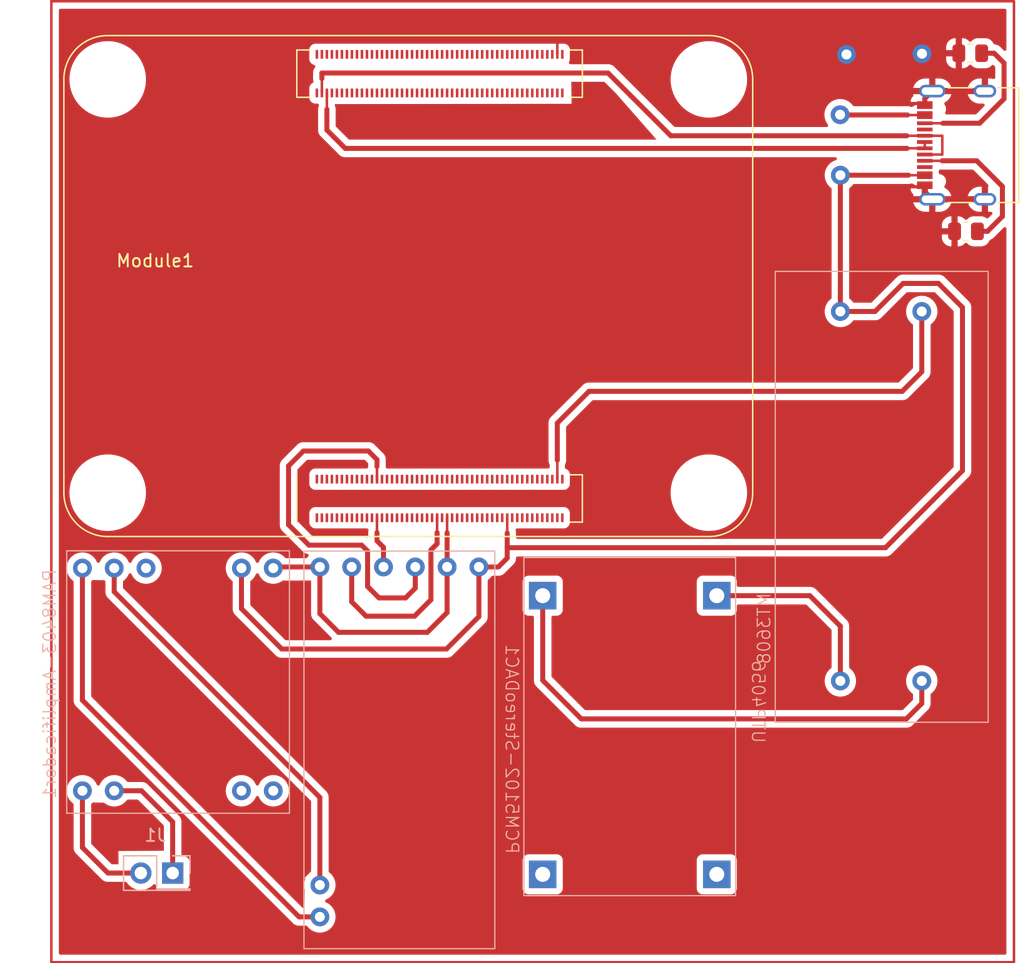
<source format=kicad_pcb>
(kicad_pcb (version 20241229) (generator "pcbnew") (generator_version "9.0")
  (layers (0 "F.Cu" signal) (2 "B.Cu" signal) (13 "F.Paste" user) (15 "B.Paste" user) (5 "F.SilkS" user "F.Silkscreen") (7 "B.SilkS" user "B.Silkscreen") (1 "F.Mask" user) (3 "B.Mask" user) (25 "Edge.Cuts" user))
  (net 0 "")
  (net 2 "Net-(J1-Pin_1)")
  (net 3 "Net-(J1-Pin_2)")
  (net 8 "Net-(PAM8403-Amplificador1-GND)")
  (net 10 "Net-(Module1A-GPIO18)")
  (net 27 "Net-(Module1A-GPIO19)")
  (net 40 "+5V")
  (net 141 "Net-(Module1A-GPIO21)")
  (net 198 "Net-(PAM8403-Amplificador1-L_IN)")
  (net 199 "Net-(PAM8403-Amplificador1-GND_DAC)")
  (net 200 "Net-(MT3608-VOUT-)")
  (net 202 "Net-(MT3608-VIN-)")
  (net 203 "Net-(MT3608-VIN+)")
  (net 204 "GND")
  (net 205 "Net-(J3-CC2)")
  (net 206 "Net-(J3-CC1)")
  (net 211 "Net-(Module1B-USB2_N)")
  (net 212 "Net-(Module1B-USB2_P)")
  (footprint "Connector_USB:USB_C_Receptacle_G-Switch_GT-USB-7010ASV" (layer "F.Cu") (at 152.065 60.44 90)
    (property "Reference" "J3" (hide yes))
    (property "Value" "USB_C_Receptacle" (hide yes))
    (fp_line (start -4.58 -1.85) (end -4.58 0.07) (stroke (width 0.12)) (layer "F.SilkS"))
    (fp_line (start 4.58 0.07) (end 4.58 -1.85) (stroke (width 0.12)) (layer "F.SilkS"))
    (fp_line (start 4.58 2.08) (end 4.58 3.785) (stroke (width 0.12)) (layer "F.SilkS"))
    (fp_line (start 4.58 3.785) (end -4.58 3.785) (stroke (width 0.12)) (layer "F.SilkS"))
    (fp_line (start -4.58 3.785) (end -4.58 2.08) (stroke (width 0.12)) (layer "F.SilkS"))
    (pad "" np_thru_hole circle (at -2.89 -2.605 90) (size 0.65 0.65) (drill 0.65) (layers "*.Cu" "*.Mask"))
    (pad "" np_thru_hole circle (at 2.89 -2.605 90) (size 0.65 0.65) (drill 0.65) (layers "*.Cu" "*.Mask"))
    (pad "A1" smd rect (at -3.2 -3.725 90) (size 0.6 1.24) (layers "F.Cu" "F.Mask" "F.Paste") (net 204 "GND"))
    (pad "A4" smd rect (at -2.4 -3.725 90) (size 0.6 1.24) (layers "F.Cu" "F.Mask" "F.Paste") (net 40 "+5V"))
    (pad "A5" smd rect (at -1.25 -3.725 90) (size 0.3 1.24) (layers "F.Cu" "F.Mask" "F.Paste") (net 206 "Net-(J3-CC1)"))
    (pad "A6" smd rect (at -0.25 -3.725 90) (size 0.3 1.24) (layers "F.Cu" "F.Mask" "F.Paste") (net 212 "Net-(Module1B-USB2_P)"))
    (pad "A7" smd rect (at 0.25 -3.725 90) (size 0.3 1.24) (layers "F.Cu" "F.Mask" "F.Paste") (net 212 "Net-(Module1B-USB2_P)"))
    (pad "A8" smd rect (at 1.25 -3.725 90) (size 0.3 1.24) (layers "F.Cu" "F.Mask" "F.Paste"))
    (pad "A9" smd rect (at 2.4 -3.725 90) (size 0.6 1.24) (layers "F.Cu" "F.Mask" "F.Paste") (net 40 "+5V"))
    (pad "A12" smd rect (at 3.2 -3.725 90) (size 0.6 1.24) (layers "F.Cu" "F.Mask" "F.Paste") (net 204 "GND"))
    (pad "B1" smd rect (at 3.2 -3.725 90) (size 0.6 1.24) (layers "F.Cu" "F.Mask" "F.Paste") (net 204 "GND"))
    (pad "B4" smd rect (at 2.4 -3.725 90) (size 0.6 1.24) (layers "F.Cu" "F.Mask" "F.Paste") (net 40 "+5V"))
    (pad "B5" smd rect (at 1.75 -3.725 90) (size 0.3 1.24) (layers "F.Cu" "F.Mask" "F.Paste") (net 205 "Net-(J3-CC2)"))
    (pad "B6" smd rect (at 0.75 -3.725 90) (size 0.3 1.24) (layers "F.Cu" "F.Mask" "F.Paste") (net 211 "Net-(Module1B-USB2_N)"))
    (pad "B7" smd rect (at -0.75 -3.725 90) (size 0.3 1.24) (layers "F.Cu" "F.Mask" "F.Paste") (net 211 "Net-(Module1B-USB2_N)"))
    (pad "B8" smd rect (at -1.75 -3.725 90) (size 0.3 1.24) (layers "F.Cu" "F.Mask" "F.Paste"))
    (pad "B9" smd rect (at -2.4 -3.725 90) (size 0.6 1.24) (layers "F.Cu" "F.Mask" "F.Paste") (net 40 "+5V"))
    (pad "B12" smd rect (at -3.2 -3.725 90) (size 0.6 1.24) (layers "F.Cu" "F.Mask" "F.Paste") (net 204 "GND"))
    (pad "S1" thru_hole oval (at -4.32 -3.125 90) (size 1 2.1) (drill oval 0.6 1.7) (property pad_prop_heatsink) (layers "*.Cu" "*.Mask") (net 204 "GND"))
    (pad "S1" thru_hole oval (at -4.32 1.075 90) (size 1 1.8) (drill oval 0.6 1.4) (property pad_prop_heatsink) (layers "*.Cu" "*.Mask") (net 204 "GND"))
    (pad "S1" thru_hole oval (at 4.32 -3.125 90) (size 1 2.1) (drill oval 0.6 1.7) (property pad_prop_heatsink) (layers "*.Cu" "*.Mask") (net 204 "GND"))
    (pad "S1" thru_hole oval (at 4.32 1.075 90) (size 1 1.8) (drill oval 0.6 1.4) (property pad_prop_heatsink) (layers "*.Cu" "*.Mask") (net 204 "GND"))
  )
  (footprint "Resistor_SMD:R_0805_2012Metric" (layer "F.Cu") (at 151.63 67.32 180)
    (property "Reference" "R1" (hide yes))
    (property "Value" "5k1" (hide yes))
    (fp_line (start -0.227064 0.735) (end 0.227064 0.735) (stroke (width 0.12)) (layer "F.SilkS"))
    (fp_line (start -0.227064 -0.735) (end 0.227064 -0.735) (stroke (width 0.12)) (layer "F.SilkS"))
    (pad "1" smd roundrect (at -0.9125 0 180) (size 1.025 1.4) (layers "F.Cu" "F.Mask" "F.Paste") (roundrect_rratio 0.243902) (net 206 "Net-(J3-CC1)"))
    (pad "2" smd roundrect (at 0.9125 0 180) (size 1.025 1.4) (layers "F.Cu" "F.Mask" "F.Paste") (roundrect_rratio 0.243902) (net 204 "GND"))
  )
  (footprint "Raspberry Compute Modele 4:Raspberry-Pi-4-Compute-Module" (layer "F.Cu") (at 131.1 88.19 90)
    (property "Reference" "Module1" (at 18.52 -44.21 0) (layer "F.SilkS"))
    (property "Value" "ComputeModule4-CM4" (hide yes))
    (fp_line (start 33 -51.5) (end 0 -51.5) (stroke (width 0.12)) (layer "F.SilkS"))
    (fp_line (start -3.5 -48) (end -3.5 0) (stroke (width 0.12)) (layer "F.SilkS"))
    (fp_line (start 35.35 -32.9) (end 35.35 -31.9) (stroke (width 0.12)) (layer "F.SilkS"))
    (fp_line (start 31.57 -32.9) (end 35.35 -32.9) (stroke (width 0.12)) (layer "F.SilkS"))
    (fp_line (start 31.57 -32.9) (end 31.57 -31.9) (stroke (width 0.12)) (layer "F.SilkS"))
    (fp_line (start -2.35 -32.9) (end 1.43 -32.9) (stroke (width 0.12)) (layer "F.SilkS"))
    (fp_line (start 35.35 -10.1) (end 35.35 -11.1) (stroke (width 0.12)) (layer "F.SilkS"))
    (fp_line (start 31.57 -10.1) (end 31.57 -11.1) (stroke (width 0.12)) (layer "F.SilkS"))
    (fp_line (start 31.57 -10.1) (end 35.35 -10.1) (stroke (width 0.12)) (layer "F.SilkS"))
    (fp_line (start 1.43 -10.1) (end 1.43 -11.1) (stroke (width 0.12)) (layer "F.SilkS"))
    (fp_line (start -2.35 -10.1) (end -2.35 -11.1) (stroke (width 0.12)) (layer "F.SilkS"))
    (fp_line (start -2.35 -10.1) (end 1.43 -10.1) (stroke (width 0.12)) (layer "F.SilkS"))
    (fp_line (start 36.5 0) (end 36.5 -48) (stroke (width 0.12)) (layer "F.SilkS"))
    (fp_line (start 0 3.5) (end 33 3.5) (stroke (width 0.12)) (layer "F.SilkS"))
    (fp_arc (start 33 -51.5) (mid 35.474874 -50.474874) (end 36.5 -48) (stroke (width 0.12)) (layer "F.SilkS"))
    (fp_arc (start -3.5 -48) (mid -2.474874 -50.474874) (end 0 -51.5) (stroke (width 0.12)) (layer "F.SilkS"))
    (fp_arc (start 36.5 0) (mid 35.474874 2.474874) (end 33 3.5) (stroke (width 0.12)) (layer "F.SilkS"))
    (fp_arc (start 0 3.5) (mid -2.474874 2.474874) (end -3.5 0) (stroke (width 0.12)) (layer "F.SilkS"))
    (pad "" np_thru_hole circle (at 0 -48 90) (size 2.7 2.7) (drill 2.7) (layers "*.Cu" "*.Mask") (clearance 1.7))
    (pad "" np_thru_hole circle (at 0 0 90) (size 2.7 2.7) (drill 2.7) (layers "*.Cu" "*.Mask") (clearance 1.7))
    (pad "" np_thru_hole circle (at 33 -48 90) (size 2.7 2.7) (drill 2.7) (layers "*.Cu" "*.Mask") (clearance 1.7))
    (pad "" np_thru_hole circle (at 33 0 90) (size 2.7 2.7) (drill 2.7) (layers "*.Cu" "*.Mask") (clearance 1.7))
    (pad "1" smd rect (at -2 -31.3) (size 0.2 0.7) (layers "F.Cu" "F.Mask" "F.Paste"))
    (pad "2" smd rect (at 1.08 -31.3) (size 0.2 0.7) (layers "F.Cu" "F.Mask" "F.Paste"))
    (pad "3" smd rect (at -2 -30.9) (size 0.2 0.7) (layers "F.Cu" "F.Mask" "F.Paste"))
    (pad "4" smd rect (at 1.08 -30.9) (size 0.2 0.7) (layers "F.Cu" "F.Mask" "F.Paste"))
    (pad "5" smd rect (at -2 -30.5) (size 0.2 0.7) (layers "F.Cu" "F.Mask" "F.Paste"))
    (pad "6" smd rect (at 1.08 -30.5) (size 0.2 0.7) (layers "F.Cu" "F.Mask" "F.Paste"))
    (pad "7" smd rect (at -2 -30.1) (size 0.2 0.7) (layers "F.Cu" "F.Mask" "F.Paste"))
    (pad "8" smd rect (at 1.08 -30.1) (size 0.2 0.7) (layers "F.Cu" "F.Mask" "F.Paste"))
    (pad "9" smd rect (at -2 -29.7) (size 0.2 0.7) (layers "F.Cu" "F.Mask" "F.Paste"))
    (pad "10" smd rect (at 1.08 -29.7) (size 0.2 0.7) (layers "F.Cu" "F.Mask" "F.Paste"))
    (pad "11" smd rect (at -2 -29.3) (size 0.2 0.7) (layers "F.Cu" "F.Mask" "F.Paste"))
    (pad "12" smd rect (at 1.08 -29.3) (size 0.2 0.7) (layers "F.Cu" "F.Mask" "F.Paste"))
    (pad "13" smd rect (at -2 -28.9) (size 0.2 0.7) (layers "F.Cu" "F.Mask" "F.Paste"))
    (pad "14" smd rect (at 1.08 -28.9) (size 0.2 0.7) (layers "F.Cu" "F.Mask" "F.Paste"))
    (pad "15" smd rect (at -2 -28.5) (size 0.2 0.7) (layers "F.Cu" "F.Mask" "F.Paste"))
    (pad "16" smd rect (at 1.08 -28.5) (size 0.2 0.7) (layers "F.Cu" "F.Mask" "F.Paste"))
    (pad "17" smd rect (at -2 -28.1) (size 0.2 0.7) (layers "F.Cu" "F.Mask" "F.Paste"))
    (pad "18" smd rect (at 1.08 -28.1) (size 0.2 0.7) (layers "F.Cu" "F.Mask" "F.Paste"))
    (pad "19" smd rect (at -2 -27.7) (size 0.2 0.7) (layers "F.Cu" "F.Mask" "F.Paste"))
    (pad "20" smd rect (at 1.08 -27.7) (size 0.2 0.7) (layers "F.Cu" "F.Mask" "F.Paste"))
    (pad "21" smd rect (at -2 -27.3) (size 0.2 0.7) (layers "F.Cu" "F.Mask" "F.Paste"))
    (pad "22" smd rect (at 1.08 -27.3) (size 0.2 0.7) (layers "F.Cu" "F.Mask" "F.Paste"))
    (pad "23" smd rect (at -2 -26.9) (size 0.2 0.7) (layers "F.Cu" "F.Mask" "F.Paste"))
    (pad "24" smd rect (at 1.08 -26.9) (size 0.2 0.7) (layers "F.Cu" "F.Mask" "F.Paste"))
    (pad "25" smd rect (at -2 -26.5) (size 0.2 0.7) (layers "F.Cu" "F.Mask" "F.Paste") (net 141 "Net-(Module1A-GPIO21)"))
    (pad "26" smd rect (at 1.08 -26.5) (size 0.2 0.7) (layers "F.Cu" "F.Mask" "F.Paste") (net 27 "Net-(Module1A-GPIO19)"))
    (pad "27" smd rect (at -2 -26.1) (size 0.2 0.7) (layers "F.Cu" "F.Mask" "F.Paste"))
    (pad "28" smd rect (at 1.08 -26.1) (size 0.2 0.7) (layers "F.Cu" "F.Mask" "F.Paste"))
    (pad "29" smd rect (at -2 -25.7) (size 0.2 0.7) (layers "F.Cu" "F.Mask" "F.Paste"))
    (pad "30" smd rect (at 1.08 -25.7) (size 0.2 0.7) (layers "F.Cu" "F.Mask" "F.Paste"))
    (pad "31" smd rect (at -2 -25.3) (size 0.2 0.7) (layers "F.Cu" "F.Mask" "F.Paste"))
    (pad "32" smd rect (at 1.08 -25.3) (size 0.2 0.7) (layers "F.Cu" "F.Mask" "F.Paste"))
    (pad "33" smd rect (at -2 -24.9) (size 0.2 0.7) (layers "F.Cu" "F.Mask" "F.Paste"))
    (pad "34" smd rect (at 1.08 -24.9) (size 0.2 0.7) (layers "F.Cu" "F.Mask" "F.Paste"))
    (pad "35" smd rect (at -2 -24.5) (size 0.2 0.7) (layers "F.Cu" "F.Mask" "F.Paste"))
    (pad "36" smd rect (at 1.08 -24.5) (size 0.2 0.7) (layers "F.Cu" "F.Mask" "F.Paste"))
    (pad "37" smd rect (at -2 -24.1) (size 0.2 0.7) (layers "F.Cu" "F.Mask" "F.Paste"))
    (pad "38" smd rect (at 1.08 -24.1) (size 0.2 0.7) (layers "F.Cu" "F.Mask" "F.Paste"))
    (pad "39" smd rect (at -2 -23.7) (size 0.2 0.7) (layers "F.Cu" "F.Mask" "F.Paste"))
    (pad "40" smd rect (at 1.08 -23.7) (size 0.2 0.7) (layers "F.Cu" "F.Mask" "F.Paste"))
    (pad "41" smd rect (at -2 -23.3) (size 0.2 0.7) (layers "F.Cu" "F.Mask" "F.Paste"))
    (pad "42" smd rect (at 1.08 -23.3) (size 0.2 0.7) (layers "F.Cu" "F.Mask" "F.Paste"))
    (pad "43" smd rect (at -2 -22.9) (size 0.2 0.7) (layers "F.Cu" "F.Mask" "F.Paste"))
    (pad "44" smd rect (at 1.08 -22.9) (size 0.2 0.7) (layers "F.Cu" "F.Mask" "F.Paste"))
    (pad "45" smd rect (at -2 -22.5) (size 0.2 0.7) (layers "F.Cu" "F.Mask" "F.Paste"))
    (pad "46" smd rect (at 1.08 -22.5) (size 0.2 0.7) (layers "F.Cu" "F.Mask" "F.Paste"))
    (pad "47" smd rect (at -2 -22.1) (size 0.2 0.7) (layers "F.Cu" "F.Mask" "F.Paste"))
    (pad "48" smd rect (at 1.08 -22.1) (size 0.2 0.7) (layers "F.Cu" "F.Mask" "F.Paste"))
    (pad "49" smd rect (at -2 -21.7) (size 0.2 0.7) (layers "F.Cu" "F.Mask" "F.Paste") (net 10 "Net-(Module1A-GPIO18)"))
    (pad "50" smd rect (at 1.08 -21.7) (size 0.2 0.7) (layers "F.Cu" "F.Mask" "F.Paste"))
    (pad "51" smd rect (at -2 -21.3) (size 0.2 0.7) (layers "F.Cu" "F.Mask" "F.Paste"))
    (pad "52" smd rect (at 1.08 -21.3) (size 0.2 0.7) (layers "F.Cu" "F.Mask" "F.Paste"))
    (pad "53" smd rect (at -2 -20.9) (size 0.2 0.7) (layers "F.Cu" "F.Mask" "F.Paste") (net 8 "Net-(PAM8403-Amplificador1-GND)"))
    (pad "54" smd rect (at 1.08 -20.9) (size 0.2 0.7) (layers "F.Cu" "F.Mask" "F.Paste"))
    (pad "55" smd rect (at -2 -20.5) (size 0.2 0.7) (layers "F.Cu" "F.Mask" "F.Paste"))
    (pad "56" smd rect (at 1.08 -20.5) (size 0.2 0.7) (layers "F.Cu" "F.Mask" "F.Paste"))
    (pad "57" smd rect (at -2 -20.1) (size 0.2 0.7) (layers "F.Cu" "F.Mask" "F.Paste"))
    (pad "58" smd rect (at 1.08 -20.1) (size 0.2 0.7) (layers "F.Cu" "F.Mask" "F.Paste"))
    (pad "59" smd rect (at -2 -19.7) (size 0.2 0.7) (layers "F.Cu" "F.Mask" "F.Paste"))
    (pad "60" smd rect (at 1.08 -19.7) (size 0.2 0.7) (layers "F.Cu" "F.Mask" "F.Paste"))
    (pad "61" smd rect (at -2 -19.3) (size 0.2 0.7) (layers "F.Cu" "F.Mask" "F.Paste"))
    (pad "62" smd rect (at 1.08 -19.3) (size 0.2 0.7) (layers "F.Cu" "F.Mask" "F.Paste"))
    (pad "63" smd rect (at -2 -18.9) (size 0.2 0.7) (layers "F.Cu" "F.Mask" "F.Paste"))
    (pad "64" smd rect (at 1.08 -18.9) (size 0.2 0.7) (layers "F.Cu" "F.Mask" "F.Paste"))
    (pad "65" smd rect (at -2 -18.5) (size 0.2 0.7) (layers "F.Cu" "F.Mask" "F.Paste"))
    (pad "66" smd rect (at 1.08 -18.5) (size 0.2 0.7) (layers "F.Cu" "F.Mask" "F.Paste"))
    (pad "67" smd rect (at -2 -18.1) (size 0.2 0.7) (layers "F.Cu" "F.Mask" "F.Paste"))
    (pad "68" smd rect (at 1.08 -18.1) (size 0.2 0.7) (layers "F.Cu" "F.Mask" "F.Paste"))
    (pad "69" smd rect (at -2 -17.7) (size 0.2 0.7) (layers "F.Cu" "F.Mask" "F.Paste"))
    (pad "70" smd rect (at 1.08 -17.7) (size 0.2 0.7) (layers "F.Cu" "F.Mask" "F.Paste"))
    (pad "71" smd rect (at -2 -17.3) (size 0.2 0.7) (layers "F.Cu" "F.Mask" "F.Paste"))
    (pad "72" smd rect (at 1.08 -17.3) (size 0.2 0.7) (layers "F.Cu" "F.Mask" "F.Paste"))
    (pad "73" smd rect (at -2 -16.9) (size 0.2 0.7) (layers "F.Cu" "F.Mask" "F.Paste"))
    (pad "74" smd rect (at 1.08 -16.9) (size 0.2 0.7) (layers "F.Cu" "F.Mask" "F.Paste"))
    (pad "75" smd rect (at -2 -16.5) (size 0.2 0.7) (layers "F.Cu" "F.Mask" "F.Paste"))
    (pad "76" smd rect (at 1.08 -16.5) (size 0.2 0.7) (layers "F.Cu" "F.Mask" "F.Paste"))
    (pad "77" smd rect (at -2 -16.1) (size 0.2 0.7) (layers "F.Cu" "F.Mask" "F.Paste") (net 40 "+5V"))
    (pad "78" smd rect (at 1.08 -16.1) (size 0.2 0.7) (layers "F.Cu" "F.Mask" "F.Paste"))
    (pad "79" smd rect (at -2 -15.7) (size 0.2 0.7) (layers "F.Cu" "F.Mask" "F.Paste"))
    (pad "80" smd rect (at 1.08 -15.7) (size 0.2 0.7) (layers "F.Cu" "F.Mask" "F.Paste"))
    (pad "81" smd rect (at -2 -15.3) (size 0.2 0.7) (layers "F.Cu" "F.Mask" "F.Paste"))
    (pad "82" smd rect (at 1.08 -15.3) (size 0.2 0.7) (layers "F.Cu" "F.Mask" "F.Paste"))
    (pad "83" smd rect (at -2 -14.9) (size 0.2 0.7) (layers "F.Cu" "F.Mask" "F.Paste"))
    (pad "84" smd rect (at 1.08 -14.9) (size 0.2 0.7) (layers "F.Cu" "F.Mask" "F.Paste"))
    (pad "85" smd rect (at -2 -14.5) (size 0.2 0.7) (layers "F.Cu" "F.Mask" "F.Paste"))
    (pad "86" smd rect (at 1.08 -14.5) (size 0.2 0.7) (layers "F.Cu" "F.Mask" "F.Paste"))
    (pad "87" smd rect (at -2 -14.1) (size 0.2 0.7) (layers "F.Cu" "F.Mask" "F.Paste"))
    (pad "88" smd rect (at 1.08 -14.1) (size 0.2 0.7) (layers "F.Cu" "F.Mask" "F.Paste"))
    (pad "89" smd rect (at -2 -13.7) (size 0.2 0.7) (layers "F.Cu" "F.Mask" "F.Paste"))
    (pad "90" smd rect (at 1.08 -13.7) (size 0.2 0.7) (layers "F.Cu" "F.Mask" "F.Paste"))
    (pad "91" smd rect (at -2 -13.3) (size 0.2 0.7) (layers "F.Cu" "F.Mask" "F.Paste"))
    (pad "92" smd rect (at 1.08 -13.3) (size 0.2 0.7) (layers "F.Cu" "F.Mask" "F.Paste"))
    (pad "93" smd rect (at -2 -12.9) (size 0.2 0.7) (layers "F.Cu" "F.Mask" "F.Paste"))
    (pad "94" smd rect (at 1.08 -12.9) (size 0.2 0.7) (layers "F.Cu" "F.Mask" "F.Paste"))
    (pad "95" smd rect (at -2 -12.5) (size 0.2 0.7) (layers "F.Cu" "F.Mask" "F.Paste"))
    (pad "96" smd rect (at 1.08 -12.5) (size 0.2 0.7) (layers "F.Cu" "F.Mask" "F.Paste"))
    (pad "97" smd rect (at -2 -12.1) (size 0.2 0.7) (layers "F.Cu" "F.Mask" "F.Paste"))
    (pad "98" smd rect (at 1.08 -12.1) (size 0.2 0.7) (layers "F.Cu" "F.Mask" "F.Paste") (net 200 "Net-(MT3608-VOUT-)"))
    (pad "99" smd rect (at -2 -11.7) (size 0.2 0.7) (layers "F.Cu" "F.Mask" "F.Paste"))
    (pad "100" smd rect (at 1.08 -11.7) (size 0.2 0.7) (layers "F.Cu" "F.Mask" "F.Paste"))
    (pad "101" smd rect (at 31.92 -31.3) (size 0.2 0.7) (layers "F.Cu" "F.Mask" "F.Paste"))
    (pad "102" smd rect (at 35 -31.3) (size 0.2 0.7) (layers "F.Cu" "F.Mask" "F.Paste"))
    (pad "103" smd rect (at 31.92 -30.9) (size 0.2 0.7) (layers "F.Cu" "F.Mask" "F.Paste") (net 211 "Net-(Module1B-USB2_N)"))
    (pad "104" smd rect (at 35 -30.9) (size 0.2 0.7) (layers "F.Cu" "F.Mask" "F.Paste"))
    (pad "105" smd rect (at 31.92 -30.5) (size 0.2 0.7) (layers "F.Cu" "F.Mask" "F.Paste") (net 212 "Net-(Module1B-USB2_P)"))
    (pad "106" smd rect (at 35 -30.5) (size 0.2 0.7) (layers "F.Cu" "F.Mask" "F.Paste"))
    (pad "107" smd rect (at 31.92 -30.1) (size 0.2 0.7) (layers "F.Cu" "F.Mask" "F.Paste"))
    (pad "108" smd rect (at 35 -30.1) (size 0.2 0.7) (layers "F.Cu" "F.Mask" "F.Paste"))
    (pad "109" smd rect (at 31.92 -29.7) (size 0.2 0.7) (layers "F.Cu" "F.Mask" "F.Paste"))
    (pad "110" smd rect (at 35 -29.7) (size 0.2 0.7) (layers "F.Cu" "F.Mask" "F.Paste"))
    (pad "111" smd rect (at 31.92 -29.3) (size 0.2 0.7) (layers "F.Cu" "F.Mask" "F.Paste"))
    (pad "112" smd rect (at 35 -29.3) (size 0.2 0.7) (layers "F.Cu" "F.Mask" "F.Paste"))
    (pad "113" smd rect (at 31.92 -28.9) (size 0.2 0.7) (layers "F.Cu" "F.Mask" "F.Paste"))
    (pad "114" smd rect (at 35 -28.9) (size 0.2 0.7) (layers "F.Cu" "F.Mask" "F.Paste"))
    (pad "115" smd rect (at 31.92 -28.5) (size 0.2 0.7) (layers "F.Cu" "F.Mask" "F.Paste"))
    (pad "116" smd rect (at 35 -28.5) (size 0.2 0.7) (layers "F.Cu" "F.Mask" "F.Paste"))
    (pad "117" smd rect (at 31.92 -28.1) (size 0.2 0.7) (layers "F.Cu" "F.Mask" "F.Paste"))
    (pad "118" smd rect (at 35 -28.1) (size 0.2 0.7) (layers "F.Cu" "F.Mask" "F.Paste"))
    (pad "119" smd rect (at 31.92 -27.7) (size 0.2 0.7) (layers "F.Cu" "F.Mask" "F.Paste"))
    (pad "120" smd rect (at 35 -27.7) (size 0.2 0.7) (layers "F.Cu" "F.Mask" "F.Paste"))
    (pad "121" smd rect (at 31.92 -27.3) (size 0.2 0.7) (layers "F.Cu" "F.Mask" "F.Paste"))
    (pad "122" smd rect (at 35 -27.3) (size 0.2 0.7) (layers "F.Cu" "F.Mask" "F.Paste"))
    (pad "123" smd rect (at 31.92 -26.9) (size 0.2 0.7) (layers "F.Cu" "F.Mask" "F.Paste"))
    (pad "124" smd rect (at 35 -26.9) (size 0.2 0.7) (layers "F.Cu" "F.Mask" "F.Paste"))
    (pad "125" smd rect (at 31.92 -26.5) (size 0.2 0.7) (layers "F.Cu" "F.Mask" "F.Paste"))
    (pad "126" smd rect (at 35 -26.5) (size 0.2 0.7) (layers "F.Cu" "F.Mask" "F.Paste"))
    (pad "127" smd rect (at 31.92 -26.1) (size 0.2 0.7) (layers "F.Cu" "F.Mask" "F.Paste"))
    (pad "128" smd rect (at 35 -26.1) (size 0.2 0.7) (layers "F.Cu" "F.Mask" "F.Paste"))
    (pad "129" smd rect (at 31.92 -25.7) (size 0.2 0.7) (layers "F.Cu" "F.Mask" "F.Paste"))
    (pad "130" smd rect (at 35 -25.7) (size 0.2 0.7) (layers "F.Cu" "F.Mask" "F.Paste"))
    (pad "131" smd rect (at 31.92 -25.3) (size 0.2 0.7) (layers "F.Cu" "F.Mask" "F.Paste"))
    (pad "132" smd rect (at 35 -25.3) (size 0.2 0.7) (layers "F.Cu" "F.Mask" "F.Paste"))
    (pad "133" smd rect (at 31.92 -24.9) (size 0.2 0.7) (layers "F.Cu" "F.Mask" "F.Paste"))
    (pad "134" smd rect (at 35 -24.9) (size 0.2 0.7) (layers "F.Cu" "F.Mask" "F.Paste"))
    (pad "135" smd rect (at 31.92 -24.5) (size 0.2 0.7) (layers "F.Cu" "F.Mask" "F.Paste"))
    (pad "136" smd rect (at 35 -24.5) (size 0.2 0.7) (layers "F.Cu" "F.Mask" "F.Paste"))
    (pad "137" smd rect (at 31.92 -24.1) (size 0.2 0.7) (layers "F.Cu" "F.Mask" "F.Paste"))
    (pad "138" smd rect (at 35 -24.1) (size 0.2 0.7) (layers "F.Cu" "F.Mask" "F.Paste"))
    (pad "139" smd rect (at 31.92 -23.7) (size 0.2 0.7) (layers "F.Cu" "F.Mask" "F.Paste"))
    (pad "140" smd rect (at 35 -23.7) (size 0.2 0.7) (layers "F.Cu" "F.Mask" "F.Paste"))
    (pad "141" smd rect (at 31.92 -23.3) (size 0.2 0.7) (layers "F.Cu" "F.Mask" "F.Paste"))
    (pad "142" smd rect (at 35 -23.3) (size 0.2 0.7) (layers "F.Cu" "F.Mask" "F.Paste"))
    (pad "143" smd rect (at 31.92 -22.9) (size 0.2 0.7) (layers "F.Cu" "F.Mask" "F.Paste"))
    (pad "144" smd rect (at 35 -22.9) (size 0.2 0.7) (layers "F.Cu" "F.Mask" "F.Paste"))
    (pad "145" smd rect (at 31.92 -22.5) (size 0.2 0.7) (layers "F.Cu" "F.Mask" "F.Paste"))
    (pad "146" smd rect (at 35 -22.5) (size 0.2 0.7) (layers "F.Cu" "F.Mask" "F.Paste"))
    (pad "147" smd rect (at 31.92 -22.1) (size 0.2 0.7) (layers "F.Cu" "F.Mask" "F.Paste"))
    (pad "148" smd rect (at 35 -22.1) (size 0.2 0.7) (layers "F.Cu" "F.Mask" "F.Paste"))
    (pad "149" smd rect (at 31.92 -21.7) (size 0.2 0.7) (layers "F.Cu" "F.Mask" "F.Paste"))
    (pad "150" smd rect (at 35 -21.7) (size 0.2 0.7) (layers "F.Cu" "F.Mask" "F.Paste"))
    (pad "151" smd rect (at 31.92 -21.3) (size 0.2 0.7) (layers "F.Cu" "F.Mask" "F.Paste"))
    (pad "152" smd rect (at 35 -21.3) (size 0.2 0.7) (layers "F.Cu" "F.Mask" "F.Paste"))
    (pad "153" smd rect (at 31.92 -20.9) (size 0.2 0.7) (layers "F.Cu" "F.Mask" "F.Paste"))
    (pad "154" smd rect (at 35 -20.9) (size 0.2 0.7) (layers "F.Cu" "F.Mask" "F.Paste"))
    (pad "155" smd rect (at 31.92 -20.5) (size 0.2 0.7) (layers "F.Cu" "F.Mask" "F.Paste"))
    (pad "156" smd rect (at 35 -20.5) (size 0.2 0.7) (layers "F.Cu" "F.Mask" "F.Paste"))
    (pad "157" smd rect (at 31.92 -20.1) (size 0.2 0.7) (layers "F.Cu" "F.Mask" "F.Paste"))
    (pad "158" smd rect (at 35 -20.1) (size 0.2 0.7) (layers "F.Cu" "F.Mask" "F.Paste"))
    (pad "159" smd rect (at 31.92 -19.7) (size 0.2 0.7) (layers "F.Cu" "F.Mask" "F.Paste"))
    (pad "160" smd rect (at 35 -19.7) (size 0.2 0.7) (layers "F.Cu" "F.Mask" "F.Paste"))
    (pad "161" smd rect (at 31.92 -19.3) (size 0.2 0.7) (layers "F.Cu" "F.Mask" "F.Paste"))
    (pad "162" smd rect (at 35 -19.3) (size 0.2 0.7) (layers "F.Cu" "F.Mask" "F.Paste"))
    (pad "163" smd rect (at 31.92 -18.9) (size 0.2 0.7) (layers "F.Cu" "F.Mask" "F.Paste"))
    (pad "164" smd rect (at 35 -18.9) (size 0.2 0.7) (layers "F.Cu" "F.Mask" "F.Paste"))
    (pad "165" smd rect (at 31.92 -18.5) (size 0.2 0.7) (layers "F.Cu" "F.Mask" "F.Paste"))
    (pad "166" smd rect (at 35 -18.5) (size 0.2 0.7) (layers "F.Cu" "F.Mask" "F.Paste"))
    (pad "167" smd rect (at 31.92 -18.1) (size 0.2 0.7) (layers "F.Cu" "F.Mask" "F.Paste"))
    (pad "168" smd rect (at 35 -18.1) (size 0.2 0.7) (layers "F.Cu" "F.Mask" "F.Paste"))
    (pad "169" smd rect (at 31.92 -17.7) (size 0.2 0.7) (layers "F.Cu" "F.Mask" "F.Paste"))
    (pad "170" smd rect (at 35 -17.7) (size 0.2 0.7) (layers "F.Cu" "F.Mask" "F.Paste"))
    (pad "171" smd rect (at 31.92 -17.3) (size 0.2 0.7) (layers "F.Cu" "F.Mask" "F.Paste"))
    (pad "172" smd rect (at 35 -17.3) (size 0.2 0.7) (layers "F.Cu" "F.Mask" "F.Paste"))
    (pad "173" smd rect (at 31.92 -16.9) (size 0.2 0.7) (layers "F.Cu" "F.Mask" "F.Paste"))
    (pad "174" smd rect (at 35 -16.9) (size 0.2 0.7) (layers "F.Cu" "F.Mask" "F.Paste"))
    (pad "175" smd rect (at 31.92 -16.5) (size 0.2 0.7) (layers "F.Cu" "F.Mask" "F.Paste"))
    (pad "176" smd rect (at 35 -16.5) (size 0.2 0.7) (layers "F.Cu" "F.Mask" "F.Paste"))
    (pad "177" smd rect (at 31.92 -16.1) (size 0.2 0.7) (layers "F.Cu" "F.Mask" "F.Paste"))
    (pad "178" smd rect (at 35 -16.1) (size 0.2 0.7) (layers "F.Cu" "F.Mask" "F.Paste"))
    (pad "179" smd rect (at 31.92 -15.7) (size 0.2 0.7) (layers "F.Cu" "F.Mask" "F.Paste"))
    (pad "180" smd rect (at 35 -15.7) (size 0.2 0.7) (layers "F.Cu" "F.Mask" "F.Paste"))
    (pad "181" smd rect (at 31.92 -15.3) (size 0.2 0.7) (layers "F.Cu" "F.Mask" "F.Paste"))
    (pad "182" smd rect (at 35 -15.3) (size 0.2 0.7) (layers "F.Cu" "F.Mask" "F.Paste"))
    (pad "183" smd rect (at 31.92 -14.9) (size 0.2 0.7) (layers "F.Cu" "F.Mask" "F.Paste"))
    (pad "184" smd rect (at 35 -14.9) (size 0.2 0.7) (layers "F.Cu" "F.Mask" "F.Paste"))
    (pad "185" smd rect (at 31.92 -14.5) (size 0.2 0.7) (layers "F.Cu" "F.Mask" "F.Paste"))
    (pad "186" smd rect (at 35 -14.5) (size 0.2 0.7) (layers "F.Cu" "F.Mask" "F.Paste"))
    (pad "187" smd rect (at 31.92 -14.1) (size 0.2 0.7) (layers "F.Cu" "F.Mask" "F.Paste"))
    (pad "188" smd rect (at 35 -14.1) (size 0.2 0.7) (layers "F.Cu" "F.Mask" "F.Paste"))
    (pad "189" smd rect (at 31.92 -13.7) (size 0.2 0.7) (layers "F.Cu" "F.Mask" "F.Paste"))
    (pad "190" smd rect (at 35 -13.7) (size 0.2 0.7) (layers "F.Cu" "F.Mask" "F.Paste"))
    (pad "191" smd rect (at 31.92 -13.3) (size 0.2 0.7) (layers "F.Cu" "F.Mask" "F.Paste"))
    (pad "192" smd rect (at 35 -13.3) (size 0.2 0.7) (layers "F.Cu" "F.Mask" "F.Paste"))
    (pad "193" smd rect (at 31.92 -12.9) (size 0.2 0.7) (layers "F.Cu" "F.Mask" "F.Paste"))
    (pad "194" smd rect (at 35 -12.9) (size 0.2 0.7) (layers "F.Cu" "F.Mask" "F.Paste"))
    (pad "195" smd rect (at 31.92 -12.5) (size 0.2 0.7) (layers "F.Cu" "F.Mask" "F.Paste"))
    (pad "196" smd rect (at 35 -12.5) (size 0.2 0.7) (layers "F.Cu" "F.Mask" "F.Paste"))
    (pad "197" smd rect (at 31.92 -12.1) (size 0.2 0.7) (layers "F.Cu" "F.Mask" "F.Paste"))
    (pad "198" smd rect (at 35 -12.1) (size 0.2 0.7) (layers "F.Cu" "F.Mask" "F.Paste") (net 204 "GND"))
    (pad "199" smd rect (at 31.92 -11.7) (size 0.2 0.7) (layers "F.Cu" "F.Mask" "F.Paste"))
    (pad "200" smd rect (at 35 -11.7) (size 0.2 0.7) (layers "F.Cu" "F.Mask" "F.Paste"))
  )
  (footprint "Resistor_SMD:R_0805_2012Metric" (layer "F.Cu") (at 151.97 53.1)
    (property "Reference" "R2" (hide yes))
    (property "Value" "5k1" (hide yes))
    (fp_line (start -0.227064 -0.735) (end 0.227064 -0.735) (stroke (width 0.12)) (layer "F.SilkS"))
    (fp_line (start -0.227064 0.735) (end 0.227064 0.735) (stroke (width 0.12)) (layer "F.SilkS"))
    (pad "1" smd roundrect (at -0.9125 0) (size 1.025 1.4) (layers "F.Cu" "F.Mask" "F.Paste") (roundrect_rratio 0.243902) (net 204 "GND"))
    (pad "2" smd roundrect (at 0.9125 0) (size 1.025 1.4) (layers "F.Cu" "F.Mask" "F.Paste") (roundrect_rratio 0.243902) (net 205 "Net-(J3-CC2)"))
  )
  (footprint "Connector_PinHeader_2.54mm:PinHeader_2x01_P2.54mm_Vertical" (layer "B.Cu") (at 88.285 118.56 180)
    (property "Reference" "J1" (at 1.39 3.02 0) (layer "B.SilkS") (effects (justify mirror)))
    (property "Value" "Conectores del Parlante" (hide yes))
    (fp_line (start 3.92 1.38) (end 3.92 -1.38) (stroke (width 0.12)) (layer "B.SilkS"))
    (fp_line (start 1.27 1.38) (end 3.92 1.38) (stroke (width 0.12)) (layer "B.SilkS"))
    (fp_line (start 1.27 -1.27) (end 1.27 1.38) (stroke (width 0.12)) (layer "B.SilkS"))
    (fp_line (start -1.38 1.38) (end 0 1.38) (stroke (width 0.12)) (layer "B.SilkS"))
    (fp_line (start -1.38 0) (end -1.38 1.38) (stroke (width 0.12)) (layer "B.SilkS"))
    (fp_line (start -1.38 -1.27) (end 1.27 -1.27) (stroke (width 0.12)) (layer "B.SilkS"))
    (fp_line (start -1.38 -1.27) (end -1.38 -1.38) (stroke (width 0.12)) (layer "B.SilkS"))
    (fp_line (start -1.38 -1.38) (end 3.92 -1.38) (stroke (width 0.12)) (layer "B.SilkS"))
    (pad "1" thru_hole rect (at 0 0 180) (size 1.7 1.7) (drill 1) (layers "*.Cu" "*.Mask") (net 3 "Net-(J1-Pin_2)"))
    (pad "2" thru_hole circle (at 2.54 0 180) (size 1.7 1.7) (drill 1) (layers "*.Cu" "*.Mask") (net 2 "Net-(J1-Pin_1)"))
  )
  (footprint "TP4056:TP4056" (layer "B.Cu") (at 133.8825 121.2625 90)
    (property "Reference" "UTP4056" (at 16.38 1.1575 270) (layer "B.SilkS") (effects (font (thickness 0.1)) (justify mirror)))
    (property "Value" "TP4056" (hide yes))
    (fp_rect (start 0.9 -0.65) (end 27.9 -17.55) (stroke (width 0.1)) (fill no) (layer "B.SilkS"))
    (pad "1" thru_hole rect (at 2.6 -2.15 90) (size 2.2 2.2) (drill 1.2) (layers "*.Cu" "*.Mask"))
    (pad "2" thru_hole rect (at 2.6 -16.05 90) (size 2.2 2.2) (drill 1.2) (layers "*.Cu" "*.Mask"))
    (pad "3" thru_hole rect (at 24.85 -2.15 90) (size 2.2 2.2) (drill 1.2) (layers "*.Cu" "*.Mask") (net 203 "Net-(MT3608-VIN+)"))
    (pad "4" thru_hole rect (at 24.85 -16.05 90) (size 2.2 2.2) (drill 1.2) (layers "*.Cu" "*.Mask") (net 202 "Net-(MT3608-VIN-)"))
  )
  (footprint "MT3608:MT3608" (layer "B.Cu") (at 135.9 70.02 -90)
    (property "Reference" "MT3608" (at 29.0212 0.3924 90) (layer "B.SilkS") (effects (font (thickness 0.1)) (justify mirror)))
    (property "Value" "~" (hide yes))
    (fp_rect (start 0.5 -0.5) (end 36.5 -17.5) (stroke (width 0.1)) (fill no) (layer "B.SilkS"))
    (pad "1" thru_hole circle (at 3.7 -5.7 180) (size 1.5 1.5) (drill 0.8) (layers "*.Cu" "*.Mask") (net 40 "+5V"))
    (pad "2" thru_hole circle (at 3.7 -12.2 180) (size 1.5 1.5) (drill 0.8) (layers "*.Cu" "*.Mask") (net 200 "Net-(MT3608-VOUT-)"))
    (pad "3" thru_hole circle (at 33.2 -5.7 90) (size 1.5 1.5) (drill 0.8) (layers "*.Cu" "*.Mask") (net 203 "Net-(MT3608-VIN+)"))
    (pad "4" thru_hole circle (at 33.2 -12.2 180) (size 1.5 1.5) (drill 0.8) (layers "*.Cu" "*.Mask") (net 202 "Net-(MT3608-VIN-)"))
  )
  (footprint "Sensor:PCM5102" (layer "B.Cu") (at 94.96 108.09 -90)
    (property "Reference" "PCM5102-StereoDAC1" (at 0.563 -20.413 270) (layer "B.SilkS") (effects (font (thickness 0.1)) (justify mirror)))
    (property "Value" "~" (hide yes))
    (fp_rect (start -15.24 -3.81) (end 16.51 -19.05) (stroke (width 0.1)) (fill no) (layer "B.SilkS"))
    (pad "1" thru_hole circle (at -13.97 -17.78 180) (size 1.5 1.5) (drill 0.8) (layers "*.Cu" "*.Mask") (net 40 "+5V"))
    (pad "2" thru_hole circle (at -13.97 -15.24 180) (size 1.5 1.5) (drill 0.8) (layers "*.Cu" "*.Mask") (net 8 "Net-(PAM8403-Amplificador1-GND)"))
    (pad "3" thru_hole circle (at -13.97 -12.7 180) (size 1.5 1.5) (drill 0.8) (layers "*.Cu" "*.Mask") (net 27 "Net-(Module1A-GPIO19)"))
    (pad "4" thru_hole circle (at -13.97 -10.16 180) (size 1.5 1.5) (drill 0.8) (layers "*.Cu" "*.Mask") (net 141 "Net-(Module1A-GPIO21)"))
    (pad "5" thru_hole circle (at -13.97 -7.62 180) (size 1.5 1.5) (drill 0.8) (layers "*.Cu" "*.Mask") (net 10 "Net-(Module1A-GPIO18)"))
    (pad "6" thru_hole circle (at -13.97 -5.08 180) (size 1.5 1.5) (drill 0.8) (layers "*.Cu" "*.Mask") (net 8 "Net-(PAM8403-Amplificador1-GND)"))
    (pad "7" thru_hole circle (at 11.43 -5.08 90) (size 1.5 1.5) (drill 0.8) (layers "*.Cu" "*.Mask") (net 199 "Net-(PAM8403-Amplificador1-GND_DAC)"))
    (pad "8" thru_hole circle (at 13.97 -5.08 90) (size 1.5 1.5) (drill 0.8) (layers "*.Cu" "*.Mask") (net 198 "Net-(PAM8403-Amplificador1-L_IN)"))
  )
  (footprint "Sensor:PAM8403" (layer "B.Cu") (at 74.75 90.29)
    (property "Reference" "PAM8403-Amplificador1" (at 3.71 13.1715 90) (layer "B.SilkS") (effects (font (thickness 0.1)) (justify mirror)))
    (property "Value" "~" (hide yes))
    (fp_line (start 5.08 2.54) (end 22.86 2.54) (stroke (width 0.1)) (layer "B.SilkS"))
    (fp_line (start 5.08 23.495) (end 5.08 2.54) (stroke (width 0.1)) (layer "B.SilkS"))
    (fp_line (start 22.86 2.54) (end 22.86 23.495) (stroke (width 0.1)) (layer "B.SilkS"))
    (fp_line (start 22.86 23.495) (end 5.08 23.495) (stroke (width 0.1)) (layer "B.SilkS"))
    (pad "1" thru_hole circle (at 19.03 3.92) (size 1.5 1.5) (drill 0.8) (layers "*.Cu" "*.Mask") (net 40 "+5V"))
    (pad "2" thru_hole circle (at 21.57 3.92) (size 1.5 1.5) (drill 0.8) (layers "*.Cu" "*.Mask") (net 8 "Net-(PAM8403-Amplificador1-GND)"))
    (pad "3" thru_hole circle (at 6.33 3.92) (size 1.5 1.5) (drill 0.8) (layers "*.Cu" "*.Mask") (net 198 "Net-(PAM8403-Amplificador1-L_IN)"))
    (pad "4" thru_hole circle (at 8.87 3.92) (size 1.5 1.5) (drill 0.8) (layers "*.Cu" "*.Mask") (net 199 "Net-(PAM8403-Amplificador1-GND_DAC)"))
    (pad "5" thru_hole circle (at 11.41 3.92) (size 1.5 1.5) (drill 0.8) (layers "*.Cu" "*.Mask"))
    (pad "6" thru_hole circle (at 8.87 21.7) (size 1.5 1.5) (drill 0.8) (layers "*.Cu" "*.Mask") (net 3 "Net-(J1-Pin_2)"))
    (pad "7" thru_hole circle (at 6.33 21.7 270) (size 1.5 1.5) (drill 0.8) (layers "*.Cu" "*.Mask") (net 2 "Net-(J1-Pin_1)"))
    (pad "8" thru_hole circle (at 19.03 21.7) (size 1.5 1.5) (drill 0.8) (layers "*.Cu" "*.Mask"))
    (pad "9" thru_hole circle (at 21.57 21.7 270) (size 1.5 1.5) (drill 0.8) (layers "*.Cu" "*.Mask"))
  )
  (gr_rect (start 78.6 48.95) (end 155.46 125.68) (stroke (width 0.2)) (fill no) (layer "F.Cu") (net 40))
  (segment (start 81.08 116.52) (end 83.12 118.56) (width 0.4) (layer "F.Cu") (net 2))
  (segment (start 81.08 111.99) (end 81.08 116.52) (width 0.4) (layer "F.Cu") (net 2))
  (segment (start 83.12 118.56) (end 85.745 118.56) (width 0.4) (layer "F.Cu") (net 2))
  (segment (start 88.285 118.56) (end 88.285 114.475) (width 0.4) (layer "F.Cu") (net 3))
  (segment (start 88.285 114.475) (end 85.8 111.99) (width 0.4) (layer "F.Cu") (net 3))
  (segment (start 85.8 111.99) (end 83.62 111.99) (width 0.4) (layer "F.Cu") (net 3))
  (segment (start 110.2 90.19) (end 110.2 91.39) (width 0.2) (layer "F.Cu") (net 8))
  (segment (start 101.53 99.34) (end 100.04 97.85) (width 0.4) (layer "F.Cu") (net 8))
  (segment (start 110.2 94.12) (end 110.2 91.39) (width 0.4) (layer "F.Cu") (net 8))
  (segment (start 100.04 94.12) (end 96.41 94.12) (width 0.4) (layer "F.Cu") (net 8))
  (segment (start 110.2 97.76) (end 108.62 99.34) (width 0.4) (layer "F.Cu") (net 8))
  (segment (start 110.2 94.12) (end 110.2 97.76) (width 0.4) (layer "F.Cu") (net 8))
  (segment (start 96.41 94.12) (end 96.32 94.21) (width 0.2) (layer "F.Cu") (net 8))
  (segment (start 108.62 99.34) (end 101.53 99.34) (width 0.4) (layer "F.Cu") (net 8))
  (segment (start 99.73 94.43) (end 100.04 94.12) (width 0.2) (layer "F.Cu") (net 8))
  (segment (start 100.04 97.85) (end 100.04 94.12) (width 0.4) (layer "F.Cu") (net 8))
  (segment (start 109.4 90.19) (end 109.4 91.37) (width 0.2) (layer "F.Cu") (net 10))
  (segment (start 109.4 91.37) (end 109.4 92.27) (width 0.4) (layer "F.Cu") (net 10))
  (segment (start 102.58 96.9) (end 102.58 94.12) (width 0.4) (layer "F.Cu") (net 10))
  (segment (start 108.91 92.76) (end 108.91 96.74) (width 0.4) (layer "F.Cu") (net 10))
  (segment (start 108.91 96.74) (end 107.6 98.05) (width 0.4) (layer "F.Cu") (net 10))
  (segment (start 109.4 92.27) (end 108.91 92.76) (width 0.4) (layer "F.Cu") (net 10))
  (segment (start 107.6 98.05) (end 103.73 98.05) (width 0.4) (layer "F.Cu") (net 10))
  (segment (start 103.73 98.05) (end 102.58 96.9) (width 0.4) (layer "F.Cu") (net 10))
  (segment (start 103.85 92.85) (end 103.38 92.38) (width 0.4) (layer "F.Cu") (net 27))
  (segment (start 104.6 87.11) (end 104.6 86.09) (width 0.2) (layer "F.Cu") (net 27))
  (segment (start 103.38 92.38) (end 99.17 92.38) (width 0.4) (layer "F.Cu") (net 27))
  (segment (start 98.73 84.86) (end 103.91 84.86) (width 0.4) (layer "F.Cu") (net 27))
  (segment (start 103.85 95.68) (end 103.85 92.85) (width 0.4) (layer "F.Cu") (net 27))
  (segment (start 97.54 90.75) (end 97.54 86.05) (width 0.4) (layer "F.Cu") (net 27))
  (segment (start 107.66 95.81) (end 106.88 96.59) (width 0.4) (layer "F.Cu") (net 27))
  (segment (start 104.76 96.59) (end 103.85 95.68) (width 0.4) (layer "F.Cu") (net 27))
  (segment (start 99.17 92.38) (end 97.54 90.75) (width 0.4) (layer "F.Cu") (net 27))
  (segment (start 107.66 94.12) (end 107.66 95.81) (width 0.4) (layer "F.Cu") (net 27))
  (segment (start 103.91 84.86) (end 104.6 85.55) (width 0.4) (layer "F.Cu") (net 27))
  (segment (start 97.54 86.05) (end 98.73 84.86) (width 0.4) (layer "F.Cu") (net 27))
  (segment (start 104.6 85.55) (end 104.6 86.09) (width 0.4) (layer "F.Cu") (net 27))
  (segment (start 106.88 96.59) (end 104.76 96.59) (width 0.4) (layer "F.Cu") (net 27))
  (segment (start 141.6 73.72) (end 144.37 73.72) (width 0.4) (layer "F.Cu") (net 40))
  (segment (start 147.04 62.84) (end 146.98 62.84) (width 0.2) (layer "F.Cu") (net 40))
  (segment (start 141.6 73.72) (end 141.6 72.01) (width 0.4) (layer "F.Cu") (net 40))
  (segment (start 146.96 58.03) (end 144.91 58.03) (width 0.4) (layer "F.Cu") (net 40))
  (segment (start 93.78 94.21) (end 93.78 97.45) (width 0.4) (layer "F.Cu") (net 40))
  (segment (start 110.15 100.67) (end 97 100.67) (width 0.4) (layer "F.Cu") (net 40))
  (segment (start 151.35 73.4) (end 151.35 86.43) (width 0.4) (layer "F.Cu") (net 40))
  (segment (start 145.2 92.58) (end 115 92.58) (width 0.4) (layer "F.Cu") (net 40))
  (segment (start 148.34 62.84) (end 147.04 62.84) (width 0.2) (layer "F.Cu") (net 40))
  (segment (start 112.74 94.12) (end 112.74 98.08) (width 0.4) (layer "F.Cu") (net 40))
  (segment (start 93.78 97.45) (end 97 100.67) (width 0.4) (layer "F.Cu") (net 40))
  (segment (start 148.34 58.04) (end 146.95 58.04) (width 0.2) (layer "F.Cu") (net 40))
  (segment (start 112.74 98.08) (end 110.15 100.67) (width 0.4) (layer "F.Cu") (net 40))
  (segment (start 144.37 73.72) (end 146.61 71.48) (width 0.4) (layer "F.Cu") (net 40))
  (segment (start 141.62 72.03) (end 141.6 72.01) (width 0.2) (layer "F.Cu") (net 40))
  (segment (start 149.43 71.48) (end 151.35 73.4) (width 0.4) (layer "F.Cu") (net 40))
  (segment (start 151.35 86.43) (end 145.2 92.58) (width 0.4) (layer "F.Cu") (net 40))
  (segment (start 141.6 62.84) (end 147.04 62.84) (width 0.4) (layer "F.Cu") (net 40))
  (segment (start 115 93.41) (end 114.29 94.12) (width 0.4) (layer "F.Cu") (net 40))
  (segment (start 146.61 71.48) (end 149.43 71.48) (width 0.4) (layer "F.Cu") (net 40))
  (segment (start 115 90.19) (end 115 91.41) (width 0.2) (layer "F.Cu") (net 40))
  (segment (start 115 93.41) (end 115 92.58) (width 0.4) (layer "F.Cu") (net 40))
  (segment (start 114.29 94.12) (end 112.74 94.12) (width 0.4) (layer "F.Cu") (net 40))
  (segment (start 115 92.58) (end 115 91.41) (width 0.4) (layer "F.Cu") (net 40))
  (segment (start 144.91 58.03) (end 141.59 58.03) (width 0.4) (layer "F.Cu") (net 40))
  (segment (start 141.6 72.01) (end 141.6 62.84) (width 0.4) (layer "F.Cu") (net 40))
  (via (at 141.58 58.01) (size 1.5) (drill 0.8) (layers "F.Cu" "B.Cu") (net 40))
  (via (at 141.6 62.84) (size 1.5) (drill 0.8) (layers "F.Cu" "B.Cu") (net 40))
  (segment (start 104.6 91.38) (end 104.6 92.03) (width 0.4) (layer "F.Cu") (net 141))
  (segment (start 104.6 92.03) (end 105.13 92.56) (width 0.4) (layer "F.Cu") (net 141))
  (segment (start 105.12 92.57) (end 105.13 92.56) (width 0.2) (layer "F.Cu") (net 141))
  (segment (start 105.12 94.12) (end 105.12 92.57) (width 0.4) (layer "F.Cu") (net 141))
  (segment (start 104.6 90.19) (end 104.6 91.38) (width 0.2) (layer "F.Cu") (net 141))
  (segment (start 98.38 122.06) (end 81.08 104.76) (width 0.4) (layer "F.Cu") (net 198))
  (segment (start 81.08 104.76) (end 81.08 94.21) (width 0.4) (layer "F.Cu") (net 198))
  (segment (start 100.04 122.06) (end 98.38 122.06) (width 0.4) (layer "F.Cu") (net 198))
  (segment (start 83.62 94.21) (end 83.62 96.1) (width 0.4) (layer "F.Cu") (net 199))
  (segment (start 100.04 112.52) (end 100.04 119.52) (width 0.4) (layer "F.Cu") (net 199))
  (segment (start 83.62 96.1) (end 100.04 112.52) (width 0.4) (layer "F.Cu") (net 199))
  (segment (start 119 82.63) (end 121.53 80.1) (width 0.4) (layer "F.Cu") (net 200))
  (segment (start 148.1 78.54) (end 148.1 73.72) (width 0.4) (layer "F.Cu") (net 200))
  (segment (start 119 85.6) (end 119 82.63) (width 0.4) (layer "F.Cu") (net 200))
  (segment (start 119 87.11) (end 119 85.6) (width 0.2) (layer "F.Cu") (net 200))
  (segment (start 146.54 80.1) (end 148.1 78.54) (width 0.4) (layer "F.Cu") (net 200))
  (segment (start 121.53 80.1) (end 146.54 80.1) (width 0.4) (layer "F.Cu") (net 200))
  (segment (start 117.8325 96.4125) (end 117.8325 103.1725) (width 0.4) (layer "F.Cu") (net 202))
  (segment (start 146.87 106.25) (end 148.1 105.02) (width 0.4) (layer "F.Cu") (net 202))
  (segment (start 117.8325 103.1725) (end 120.91 106.25) (width 0.4) (layer "F.Cu") (net 202))
  (segment (start 148.1 105.02) (end 148.1 103.22) (width 0.4) (layer "F.Cu") (net 202))
  (segment (start 120.91 106.25) (end 146.87 106.25) (width 0.4) (layer "F.Cu") (net 202))
  (segment (start 139.1625 96.4125) (end 131.7325 96.4125) (width 0.4) (layer "F.Cu") (net 203))
  (segment (start 141.6 103.22) (end 141.6 98.85) (width 0.4) (layer "F.Cu") (net 203))
  (segment (start 141.6 98.85) (end 139.1625 96.4125) (width 0.4) (layer "F.Cu") (net 203))
  (segment (start 151.92 64.76) (end 153.14 64.76) (width 0.4) (layer "F.Cu") (net 204))
  (segment (start 148.94 66.67) (end 149.59 67.32) (width 0.4) (layer "F.Cu") (net 204))
  (segment (start 151.0575 54.9025) (end 151.0575 53.1) (width 0.4) (layer "F.Cu") (net 204))
  (segment (start 152.275 56.12) (end 151.0575 56.12) (width 0.4) (layer "F.Cu") (net 204))
  (segment (start 150.7075 67.33) (end 150.7075 67.1925) (width 0.2) (layer "F.Cu") (net 204))
  (segment (start 148.94 56.12) (end 149.84 56.12) (width 0.2) (layer "F.Cu") (net 204))
  (segment (start 149.84 56.12) (end 151.0575 56.12) (width 0.4) (layer "F.Cu") (net 204))
  (segment (start 119 53.19) (end 119 51.77) (width 0.2) (layer "F.Cu") (net 204))
  (segment (start 153.14 56.12) (end 152.275 56.12) (width 0.2) (layer "F.Cu") (net 204))
  (segment (start 149.59 67.32) (end 150.7175 67.32) (width 0.4) (layer "F.Cu") (net 204))
  (segment (start 151.0575 53.1) (end 148.16 53.1) (width 0.4) (layer "F.Cu") (net 204))
  (segment (start 150.7175 67.32) (end 150.7175 65.9625) (width 0.4) (layer "F.Cu") (net 204))
  (segment (start 119 50.79) (end 119 51.77) (width 0.4) (layer "F.Cu") (net 204))
  (segment (start 148.34 64.16) (end 148.94 64.76) (width 0.4) (layer "F.Cu") (net 204))
  (segment (start 150.7175 65.9625) (end 151.92 64.76) (width 0.4) (layer "F.Cu") (net 204))
  (segment (start 138.57 53.2) (end 135.52 50.15) (width 0.4) (layer "F.Cu") (net 204))
  (segment (start 148.34 63.64) (end 148.34 64.16) (width 0.4) (layer "F.Cu") (net 204))
  (segment (start 148.16 53.1) (end 148.12 53.14) (width 0.2) (layer "F.Cu") (net 204))
  (segment (start 142.09 53.2) (end 138.57 53.2) (width 0.4) (layer "F.Cu") (net 204))
  (segment (start 119.64 50.15) (end 119 50.79) (width 0.4) (layer "F.Cu") (net 204))
  (segment (start 148.34 56.72) (end 148.94 56.12) (width 0.4) (layer "F.Cu") (net 204))
  (segment (start 135.52 50.15) (end 119.64 50.15) (width 0.4) (layer "F.Cu") (net 204))
  (segment (start 148.94 64.76) (end 148.94 66.67) (width 0.4) (layer "F.Cu") (net 204))
  (segment (start 153.14 56.12) (end 153.14 55.94) (width 0.2) (layer "F.Cu") (net 204))
  (segment (start 148.34 57.24) (end 148.34 56.72) (width 0.4) (layer "F.Cu") (net 204))
  (segment (start 151.0575 56.12) (end 151.0575 54.9025) (width 0.4) (layer "F.Cu") (net 204))
  (via (at 142.09 53.2) (size 1.5) (drill 0.8) (layers "F.Cu" "B.Cu") (net 204))
  (via (at 148.12 53.14) (size 1.5) (drill 0.8) (layers "F.Cu" "B.Cu") (net 204))
  (segment (start 152.72 58.69) (end 149.78 58.69) (width 0.4) (layer "F.Cu") (net 205))
  (segment (start 154.67 53.89) (end 154.67 56.74) (width 0.4) (layer "F.Cu") (net 205))
  (segment (start 153.88 53.1) (end 154.67 53.89) (width 0.4) (layer "F.Cu") (net 205))
  (segment (start 148.34 58.69) (end 149.78 58.69) (width 0.2) (layer "F.Cu") (net 205))
  (segment (start 152.8825 53.1) (end 153.88 53.1) (width 0.4) (layer "F.Cu") (net 205))
  (segment (start 154.67 56.74) (end 152.72 58.69) (width 0.4) (layer "F.Cu") (net 205))
  (segment (start 153.35 67.32) (end 154.54 66.13) (width 0.4) (layer "F.Cu") (net 206))
  (segment (start 154.54 66.13) (end 154.54 63.74) (width 0.4) (layer "F.Cu") (net 206))
  (segment (start 152.49 61.69) (end 149.73 61.69) (width 0.4) (layer "F.Cu") (net 206))
  (segment (start 152.5425 67.32) (end 153.35 67.32) (width 0.4) (layer "F.Cu") (net 206))
  (segment (start 154.54 63.74) (end 152.49 61.69) (width 0.4) (layer "F.Cu") (net 206))
  (segment (start 148.34 61.69) (end 149.73 61.69) (width 0.2) (layer "F.Cu") (net 206))
  (segment (start 123.05 54.68) (end 128.06 59.69) (width 0.4) (layer "F.Cu") (net 211))
  (segment (start 148.34 59.69) (end 149.74 59.69) (width 0.2) (layer "F.Cu") (net 211))
  (segment (start 100.2 54.68) (end 123.05 54.68) (width 0.4) (layer "F.Cu") (net 211))
  (segment (start 148.34 59.69) (end 146.91 59.69) (width 0.2) (layer "F.Cu") (net 211))
  (segment (start 149.74 59.69) (end 149.74 61.19) (width 0.2) (layer "F.Cu") (net 211))
  (segment (start 100.2 55.12) (end 100.2 54.68) (width 0.4) (layer "F.Cu") (net 211))
  (segment (start 100.2 56.27) (end 100.2 55.12) (width 0.2) (layer "F.Cu") (net 211))
  (segment (start 149.74 61.19) (end 148.34 61.19) (width 0.2) (layer "F.Cu") (net 211))
  (segment (start 128.06 59.69) (end 146.91 59.69) (width 0.4) (layer "F.Cu") (net 211))
  (segment (start 100.6 59.23) (end 102.07 60.7) (width 0.4) (layer "F.Cu") (net 212))
  (segment (start 148.34 60.19) (end 148.34 60.69) (width 0.2) (layer "F.Cu") (net 212))
  (segment (start 148.34 60.69) (end 146.94 60.69) (width 0.2) (layer "F.Cu") (net 212))
  (segment (start 100.6 56.27) (end 100.6 59.23) (width 0.2) (layer "F.Cu") (net 212))
  (segment (start 100.6 59.23) (end 100.6 57.58) (width 0.4) (layer "F.Cu") (net 212))
  (segment (start 102.07 60.7) (end 146.93 60.7) (width 0.4) (layer "F.Cu") (net 212))
  (zone (net 204) (net_name "GND") (layer "F.Cu") (priority 1) (connect_pads (clearance 0.5)) (min_thickness 0.25) (fill yes (thermal_gap 0.5) (thermal_bridge_width 0.5))
    (polygon (pts (xy 81.41 95.16) (xy 83.26 95.18) (xy 83.35 96.25) (xy 99.5 112.6) (xy 99.51 118.26) (xy 98.86 118.9) (xy 98.81 121.64) (xy 81.61 104.52)))
  )
  (zone (net 204) (net_name "GND") (layer "F.Cu") (connect_pads (clearance 0.5)) (min_thickness 0.25) (fill yes (thermal_gap 0.5) (thermal_bridge_width 0.5))
    (polygon (pts (xy 78.6 48.95) (xy 155.46 48.95) (xy 155.46 125.68) (xy 78.6 125.68)))
  )
  (zone (net 204) (net_name "GND") (layer "F.Cu") (priority 3) (connect_pads (clearance 0.5)) (min_thickness 0.25) (fill yes (thermal_gap 0.5) (thermal_bridge_width 0.5))
    (polygon (pts (xy 99.69 95.2) (xy 94.18 95.21) (xy 94.19 97.27) (xy 97.21 100.27) (xy 101.29 100.35) (xy 101.3 99.7) (xy 99.67 97.92)))
  )
  (zone (net 204) (net_name "GND") (layer "F.Cu") (priority 4) (connect_pads (clearance 0.5)) (min_thickness 0.25) (fill yes (thermal_gap 0.5) (thermal_bridge_width 0.5))
    (polygon (pts (xy 95.06 93.78) (xy 95.87 95.21) (xy 94.18 95.21)))
  )
  (zone (net 204) (net_name "GND") (layer "F.Cu") (priority 5) (connect_pads (clearance 0.5)) (min_thickness 0.25) (fill yes (thermal_gap 0.5) (thermal_bridge_width 0.5))
    (polygon (pts (xy 101.2 57.16) (xy 101.22 58.95) (xy 102.31 60.08) (xy 127.03 60.12) (xy 122.82 55.32) (xy 120.11 55.23) (xy 120.14 57.14)))
  )
  (zone (net 204) (net_name "GND") (layer "F.Cu") (priority 2) (connect_pads (clearance 0.5)) (min_thickness 0.25) (fill yes (thermal_gap 0.5) (thermal_bridge_width 0.5))
    (polygon (pts (xy 83.96 118.19) (xy 83.24 118.13) (xy 81.48 116.41) (xy 81.43 112.91) (xy 84.16 112.97) (xy 84.68 112.43) (xy 85.57 112.41) (xy 87.72 114.61) (xy 87.76 116.78) (xy 83.96 116.8)))
  )
)
</source>
